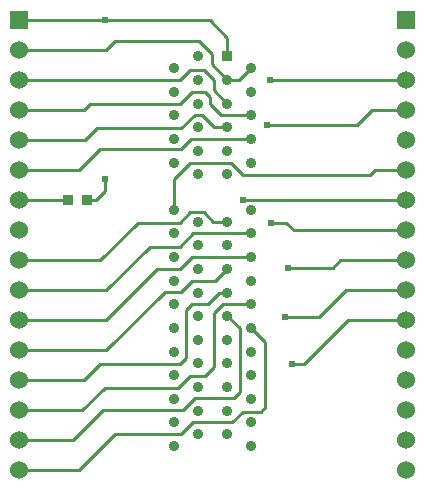
<source format=gtl>
G04 Layer_Physical_Order=1*
G04 Layer_Color=25308*
%FSLAX25Y25*%
%MOIN*%
G70*
G01*
G75*
G04:AMPARAMS|DCode=10|XSize=35.43mil|YSize=35.43mil|CornerRadius=4.43mil|HoleSize=0mil|Usage=FLASHONLY|Rotation=180.000|XOffset=0mil|YOffset=0mil|HoleType=Round|Shape=RoundedRectangle|*
%AMROUNDEDRECTD10*
21,1,0.03543,0.02658,0,0,180.0*
21,1,0.02658,0.03543,0,0,180.0*
1,1,0.00886,-0.01329,0.01329*
1,1,0.00886,0.01329,0.01329*
1,1,0.00886,0.01329,-0.01329*
1,1,0.00886,-0.01329,-0.01329*
%
%ADD10ROUNDEDRECTD10*%
%ADD11C,0.01000*%
%ADD12C,0.06000*%
%ADD13R,0.06000X0.06000*%
%ADD14C,0.03543*%
%ADD15R,0.03543X0.03543*%
%ADD16C,0.02400*%
D10*
X175150Y417500D02*
D03*
X168850Y417500D02*
D03*
D11*
X217500Y362000D02*
Y380000D01*
X214500Y359000D02*
X217500Y362000D01*
X209500Y359000D02*
X214500D01*
X212500Y470500D02*
X216774Y466226D01*
X184500Y470500D02*
X212500D01*
X181500Y467500D02*
X184500Y470500D01*
X152500Y477500D02*
X216000D01*
X221921Y471579D01*
Y465500D02*
Y471579D01*
X152500Y327500D02*
X172500D01*
X152500Y337500D02*
X170500D01*
X173500Y347500D02*
X181000Y355000D01*
X152500Y347500D02*
X173500D01*
X172500Y327500D02*
X184500Y339500D01*
X206500D01*
X210500Y343500D01*
X223500D02*
X227000Y347000D01*
X210500Y343500D02*
X223500D01*
X227000Y347000D02*
X233000D01*
X234500Y348500D01*
Y370244D01*
X229796Y374949D02*
X234500Y370244D01*
X221921Y378886D02*
X226000Y374807D01*
X220323Y382823D02*
X229796D01*
X217500Y380000D02*
X220323Y382823D01*
X219260Y386760D02*
X221921D01*
X215500Y383000D02*
X219260Y386760D01*
X210000Y383000D02*
X215500D01*
X208000Y381000D02*
X210000Y383000D01*
X152500Y357500D02*
X174000D01*
X206500Y387000D02*
X210000Y390500D01*
X217788D01*
X221921Y394634D01*
X206000Y394500D02*
X210071Y398571D01*
X229796D01*
X210445Y406445D02*
X229796D01*
X206000Y402000D02*
X210445Y406445D01*
X152500Y437500D02*
X174500D01*
X152500Y467500D02*
X181500D01*
X243500Y363000D02*
X247500D01*
X262000Y377500D01*
X281500D01*
X241000Y378500D02*
X252500D01*
X261500Y387500D01*
X281500D01*
X242000Y395000D02*
X257000D01*
X259500Y397500D01*
X281500D01*
X170500Y337500D02*
X180500Y347500D01*
X226000Y353500D02*
Y374807D01*
X180500Y347500D02*
X207000D01*
X211000Y351500D01*
X224000D01*
X226000Y353500D01*
X181000Y355000D02*
X205500D01*
X209500Y359000D01*
X208000Y365000D02*
Y381000D01*
X174000Y357500D02*
X179500Y363000D01*
X206000D01*
X208000Y365000D01*
X152500Y367500D02*
X181500D01*
X201000Y387000D01*
X206500D01*
X152500Y377500D02*
X181500D01*
X198500Y394500D01*
X206000D01*
X152500Y387500D02*
X181500D01*
X196000Y402000D01*
X206000D01*
X152500Y457500D02*
X206000D01*
X174500Y437500D02*
X178500Y441500D01*
X206500D01*
X152500Y427500D02*
X172500D01*
X152500Y447500D02*
X174000D01*
X176000Y449500D01*
X216774Y462774D02*
X221921Y457626D01*
X216774Y462774D02*
Y466226D01*
X206000Y457500D02*
X209500Y461000D01*
X214000D01*
X217500Y457500D01*
Y454174D02*
Y457500D01*
Y454174D02*
X221921Y449752D01*
X216000Y449500D02*
X219685Y445815D01*
X229796D01*
X216000Y449500D02*
Y452000D01*
X214500Y453500D02*
X216000Y452000D01*
X176000Y449500D02*
X206000D01*
X210000Y453500D01*
X214500D01*
X217622Y441878D02*
X221921D01*
X206500Y441500D02*
X211000Y446000D01*
X213500D01*
X217622Y441878D01*
X209941Y437941D02*
X229796D01*
X172500Y427500D02*
X179500Y434500D01*
X206500D01*
X209941Y437941D01*
X204205Y414319D02*
Y424705D01*
X209500Y430000D01*
X223000D01*
X227000Y426000D01*
X269500D01*
X271000Y427500D01*
X281500D01*
X152500Y397500D02*
X179500D01*
X192000Y410000D01*
X206000D01*
X209500Y413500D01*
X217118Y410382D02*
X221921D01*
X209500Y413500D02*
X214000D01*
X217118Y410382D01*
X227000Y417500D02*
X281500D01*
X236500Y410000D02*
X241500D01*
X244000Y407500D01*
X281500D01*
X221921Y457626D02*
X225858D01*
X229796Y461563D01*
X236000Y457500D02*
X281500D01*
X235000Y442500D02*
X265000D01*
X270000Y447500D01*
X281500D01*
X152500Y417500D02*
X168850D01*
X175150D02*
X178000D01*
X181000Y420500D01*
Y424000D01*
D12*
X152500Y327500D02*
D03*
Y337500D02*
D03*
Y347500D02*
D03*
Y357500D02*
D03*
Y367500D02*
D03*
Y377500D02*
D03*
Y387500D02*
D03*
Y397500D02*
D03*
Y407500D02*
D03*
Y417500D02*
D03*
Y427500D02*
D03*
Y437500D02*
D03*
Y447500D02*
D03*
Y457500D02*
D03*
Y467500D02*
D03*
X281500Y327500D02*
D03*
Y337500D02*
D03*
Y347500D02*
D03*
Y357500D02*
D03*
Y367500D02*
D03*
Y377500D02*
D03*
Y387500D02*
D03*
Y397500D02*
D03*
Y407500D02*
D03*
Y417500D02*
D03*
Y427500D02*
D03*
Y437500D02*
D03*
Y447500D02*
D03*
Y457500D02*
D03*
Y467500D02*
D03*
D13*
X152500Y477500D02*
D03*
X281500D02*
D03*
D14*
X204205Y406445D02*
D03*
Y398571D02*
D03*
Y414319D02*
D03*
Y359201D02*
D03*
Y351327D02*
D03*
Y335579D02*
D03*
Y343453D02*
D03*
Y374949D02*
D03*
Y367075D02*
D03*
Y382823D02*
D03*
Y390697D02*
D03*
X212079Y410382D02*
D03*
Y402508D02*
D03*
Y363138D02*
D03*
Y355264D02*
D03*
Y339516D02*
D03*
Y347390D02*
D03*
Y378886D02*
D03*
Y371012D02*
D03*
Y386760D02*
D03*
Y394634D02*
D03*
X221921Y402508D02*
D03*
Y394634D02*
D03*
Y410382D02*
D03*
Y355264D02*
D03*
Y347390D02*
D03*
Y339516D02*
D03*
Y371012D02*
D03*
Y363138D02*
D03*
Y378886D02*
D03*
Y386760D02*
D03*
X229796Y406445D02*
D03*
Y398571D02*
D03*
Y414319D02*
D03*
Y359201D02*
D03*
Y351327D02*
D03*
Y335579D02*
D03*
Y343453D02*
D03*
Y374949D02*
D03*
Y367075D02*
D03*
Y382823D02*
D03*
Y390697D02*
D03*
Y430067D02*
D03*
Y445815D02*
D03*
Y437941D02*
D03*
X221921Y426130D02*
D03*
Y441878D02*
D03*
Y434004D02*
D03*
Y449752D02*
D03*
X212079Y434004D02*
D03*
Y426130D02*
D03*
Y449752D02*
D03*
Y441878D02*
D03*
X204205Y430067D02*
D03*
Y445815D02*
D03*
Y437941D02*
D03*
X229796Y453689D02*
D03*
X221921Y457626D02*
D03*
X229796Y461563D02*
D03*
X204205Y453689D02*
D03*
X212079Y457626D02*
D03*
Y465500D02*
D03*
X204205Y461563D02*
D03*
D15*
X221921Y465500D02*
D03*
D16*
X243500Y363000D02*
D03*
X242000Y395000D02*
D03*
X241000Y378500D02*
D03*
X227000Y417500D02*
D03*
X236500Y410000D02*
D03*
X236000Y457500D02*
D03*
X235000Y442500D02*
D03*
X181000Y424500D02*
D03*
Y477500D02*
D03*
M02*

</source>
